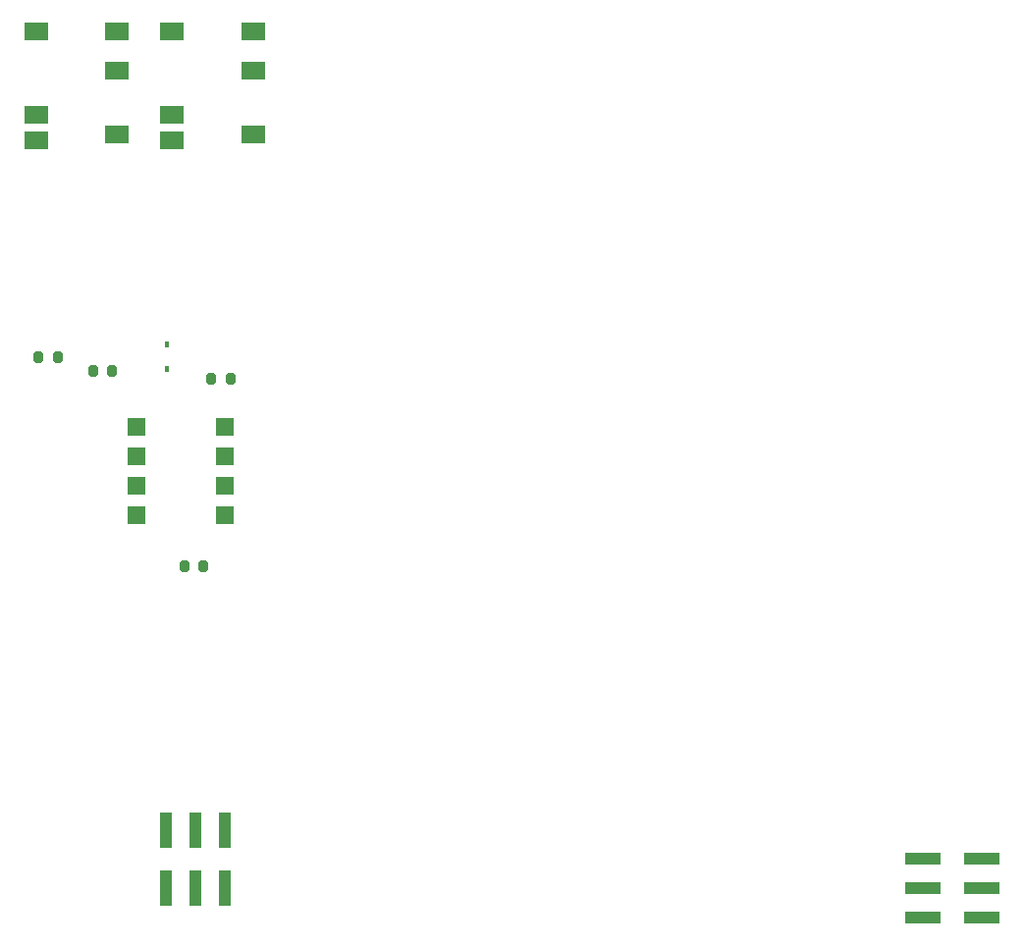
<source format=gbr>
%TF.GenerationSoftware,KiCad,Pcbnew,(6.0.7)*%
%TF.CreationDate,2024-01-18T22:54:25+09:00*%
%TF.ProjectId,pico_tracker,7069636f-5f74-4726-9163-6b65722e6b69,rev?*%
%TF.SameCoordinates,Original*%
%TF.FileFunction,Paste,Bot*%
%TF.FilePolarity,Positive*%
%FSLAX46Y46*%
G04 Gerber Fmt 4.6, Leading zero omitted, Abs format (unit mm)*
G04 Created by KiCad (PCBNEW (6.0.7)) date 2024-01-18 22:54:25*
%MOMM*%
%LPD*%
G01*
G04 APERTURE LIST*
G04 Aperture macros list*
%AMRoundRect*
0 Rectangle with rounded corners*
0 $1 Rounding radius*
0 $2 $3 $4 $5 $6 $7 $8 $9 X,Y pos of 4 corners*
0 Add a 4 corners polygon primitive as box body*
4,1,4,$2,$3,$4,$5,$6,$7,$8,$9,$2,$3,0*
0 Add four circle primitives for the rounded corners*
1,1,$1+$1,$2,$3*
1,1,$1+$1,$4,$5*
1,1,$1+$1,$6,$7*
1,1,$1+$1,$8,$9*
0 Add four rect primitives between the rounded corners*
20,1,$1+$1,$2,$3,$4,$5,0*
20,1,$1+$1,$4,$5,$6,$7,0*
20,1,$1+$1,$6,$7,$8,$9,0*
20,1,$1+$1,$8,$9,$2,$3,0*%
G04 Aperture macros list end*
%ADD10R,3.150000X1.000000*%
%ADD11R,1.000000X3.150000*%
%ADD12R,0.450000X0.600000*%
%ADD13RoundRect,0.200000X0.200000X0.275000X-0.200000X0.275000X-0.200000X-0.275000X0.200000X-0.275000X0*%
%ADD14R,1.600000X1.600000*%
%ADD15R,2.000000X1.500000*%
%ADD16RoundRect,0.200000X-0.200000X-0.275000X0.200000X-0.275000X0.200000X0.275000X-0.200000X0.275000X0*%
G04 APERTURE END LIST*
D10*
%TO.C,J9*%
X190775000Y-103710000D03*
X185725000Y-103710000D03*
X190775000Y-106250000D03*
X185725000Y-106250000D03*
X190775000Y-108790000D03*
X185725000Y-108790000D03*
%TD*%
D11*
%TO.C,J11*%
X120460000Y-101225000D03*
X120460000Y-106275000D03*
X123000000Y-101225000D03*
X123000000Y-106275000D03*
X125540000Y-101225000D03*
X125540000Y-106275000D03*
%TD*%
D12*
%TO.C,D1*%
X120550000Y-61450000D03*
X120550000Y-59350000D03*
%TD*%
D13*
%TO.C,R3*%
X111125000Y-60400000D03*
X109475000Y-60400000D03*
%TD*%
D14*
%TO.C,U2*%
X125560000Y-66440000D03*
X125560000Y-68980000D03*
X125560000Y-71520000D03*
X125560000Y-74060000D03*
X117940000Y-74060000D03*
X117940000Y-71520000D03*
X117940000Y-68980000D03*
X117940000Y-66440000D03*
%TD*%
D15*
%TO.C,J1*%
X116250000Y-41200000D03*
X109250000Y-41700000D03*
X109250000Y-39500000D03*
X116250000Y-35700000D03*
X109250000Y-32300000D03*
X116250000Y-32300000D03*
%TD*%
D16*
%TO.C,R1*%
X114175000Y-61600000D03*
X115825000Y-61600000D03*
%TD*%
%TO.C,R4*%
X122025000Y-78500000D03*
X123675000Y-78500000D03*
%TD*%
D13*
%TO.C,R2*%
X126025000Y-62300000D03*
X124375000Y-62300000D03*
%TD*%
D15*
%TO.C,J2*%
X128000000Y-41200000D03*
X121000000Y-41700000D03*
X121000000Y-39500000D03*
X128000000Y-35700000D03*
X121000000Y-32300000D03*
X128000000Y-32300000D03*
%TD*%
M02*

</source>
